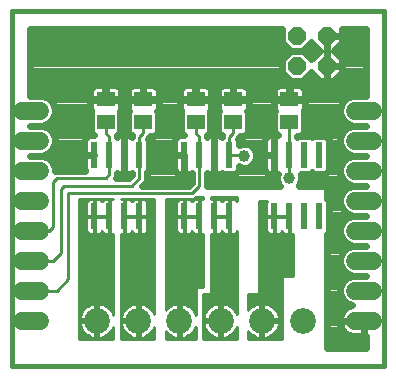
<source format=gbl>
G75*
%MOIN*%
%OFA0B0*%
%FSLAX25Y25*%
%IPPOS*%
%LPD*%
%AMOC8*
5,1,8,0,0,1.08239X$1,22.5*
%
%ADD10C,0.01600*%
%ADD11C,0.06000*%
%ADD12R,0.05906X0.05118*%
%ADD13OC8,0.06000*%
%ADD14R,0.02362X0.08661*%
%ADD15C,0.08600*%
%ADD16C,0.02400*%
%ADD17C,0.01000*%
%ADD18C,0.03962*%
D10*
X0008250Y0002200D02*
X0008250Y0120310D01*
X0132266Y0120310D01*
X0132266Y0002200D01*
X0008250Y0002200D01*
D11*
X0011500Y0017200D02*
X0017500Y0017200D01*
X0017500Y0027200D02*
X0011500Y0027200D01*
X0011500Y0037200D02*
X0017500Y0037200D01*
X0017500Y0047200D02*
X0011500Y0047200D01*
X0011500Y0057200D02*
X0017500Y0057200D01*
X0017500Y0067200D02*
X0011500Y0067200D01*
X0011500Y0077200D02*
X0017500Y0077200D01*
X0017500Y0087200D02*
X0011500Y0087200D01*
X0122750Y0087200D02*
X0128750Y0087200D01*
X0128750Y0077200D02*
X0122750Y0077200D01*
X0122750Y0067200D02*
X0128750Y0067200D01*
X0128750Y0057200D02*
X0122750Y0057200D01*
X0122750Y0047200D02*
X0128750Y0047200D01*
X0128750Y0037200D02*
X0122750Y0037200D01*
X0122750Y0027200D02*
X0128750Y0027200D01*
X0128750Y0017200D02*
X0122750Y0017200D01*
D12*
X0100750Y0083460D03*
X0100750Y0090940D03*
X0082000Y0090940D03*
X0082000Y0083460D03*
X0069500Y0083460D03*
X0069500Y0090940D03*
X0052000Y0090940D03*
X0052000Y0083460D03*
X0039500Y0083460D03*
X0039500Y0090940D03*
D13*
X0103250Y0102200D03*
X0113250Y0102200D03*
X0113250Y0112200D03*
X0103250Y0112200D03*
D14*
X0100750Y0072436D03*
X0105750Y0072436D03*
X0110750Y0072436D03*
X0095750Y0072436D03*
X0080750Y0072436D03*
X0075750Y0072436D03*
X0070750Y0072436D03*
X0065750Y0072436D03*
X0050750Y0072436D03*
X0045750Y0072436D03*
X0040750Y0072436D03*
X0035750Y0072436D03*
X0035750Y0051964D03*
X0040750Y0051964D03*
X0045750Y0051964D03*
X0050750Y0051964D03*
X0065750Y0051964D03*
X0070750Y0051964D03*
X0075750Y0051964D03*
X0080750Y0051964D03*
X0095750Y0051964D03*
X0100750Y0051964D03*
X0105750Y0051964D03*
X0110750Y0051964D03*
D15*
X0105337Y0017200D03*
X0091557Y0017200D03*
X0077837Y0017200D03*
X0064057Y0017200D03*
X0050337Y0017200D03*
X0036557Y0017200D03*
D16*
X0051786Y0062200D02*
X0052869Y0063284D01*
X0053250Y0064203D01*
X0053250Y0066596D01*
X0053931Y0067277D01*
X0053931Y0077595D01*
X0053681Y0077845D01*
X0054119Y0078284D01*
X0054375Y0078901D01*
X0055781Y0078901D01*
X0056953Y0080072D01*
X0056953Y0086847D01*
X0056734Y0087066D01*
X0057003Y0087532D01*
X0057153Y0088091D01*
X0057153Y0090861D01*
X0052080Y0090861D01*
X0052080Y0091020D01*
X0057153Y0091020D01*
X0057153Y0093789D01*
X0057003Y0094348D01*
X0056713Y0094850D01*
X0056304Y0095260D01*
X0055802Y0095549D01*
X0055242Y0095699D01*
X0052080Y0095699D01*
X0052080Y0091020D01*
X0051920Y0091020D01*
X0051920Y0090861D01*
X0046847Y0090861D01*
X0046847Y0088091D01*
X0046997Y0087532D01*
X0047266Y0087066D01*
X0047047Y0086847D01*
X0047047Y0080072D01*
X0048219Y0078901D01*
X0048250Y0078901D01*
X0048250Y0078546D01*
X0047780Y0078817D01*
X0047221Y0078967D01*
X0045750Y0078967D01*
X0045750Y0072436D01*
X0045750Y0065906D01*
X0047221Y0065906D01*
X0047780Y0066055D01*
X0048250Y0066327D01*
X0048250Y0065736D01*
X0047214Y0064700D01*
X0042938Y0064700D01*
X0043250Y0065453D01*
X0043250Y0066327D01*
X0043720Y0066055D01*
X0044279Y0065906D01*
X0045750Y0065906D01*
X0045750Y0072436D01*
X0045750Y0072436D01*
X0045750Y0078967D01*
X0044279Y0078967D01*
X0043720Y0078817D01*
X0043250Y0078546D01*
X0043250Y0078901D01*
X0043281Y0078901D01*
X0044453Y0080072D01*
X0044453Y0086847D01*
X0044234Y0087066D01*
X0044503Y0087532D01*
X0044653Y0088091D01*
X0044653Y0090861D01*
X0039580Y0090861D01*
X0039580Y0091020D01*
X0044653Y0091020D01*
X0044653Y0093789D01*
X0044503Y0094348D01*
X0044213Y0094850D01*
X0043804Y0095260D01*
X0043302Y0095549D01*
X0042742Y0095699D01*
X0039580Y0095699D01*
X0039580Y0091020D01*
X0039420Y0091020D01*
X0039420Y0090861D01*
X0034347Y0090861D01*
X0034347Y0088091D01*
X0034497Y0087532D01*
X0034766Y0087066D01*
X0034547Y0086847D01*
X0034547Y0080072D01*
X0035653Y0078967D01*
X0034279Y0078967D01*
X0033720Y0078817D01*
X0033218Y0078527D01*
X0032808Y0078118D01*
X0032519Y0077616D01*
X0032369Y0077057D01*
X0032369Y0072436D01*
X0032369Y0067816D01*
X0032519Y0067256D01*
X0032551Y0067200D01*
X0022753Y0067200D01*
X0022500Y0067095D01*
X0022500Y0068195D01*
X0021739Y0070032D01*
X0020332Y0071439D01*
X0018495Y0072200D01*
X0020332Y0072961D01*
X0021739Y0074368D01*
X0022500Y0076205D01*
X0022500Y0078195D01*
X0021739Y0080032D01*
X0020332Y0081439D01*
X0018495Y0082200D01*
X0020332Y0082961D01*
X0021739Y0084368D01*
X0022500Y0086205D01*
X0022500Y0088195D01*
X0021739Y0090032D01*
X0020332Y0091439D01*
X0018495Y0092200D01*
X0014250Y0092200D01*
X0014250Y0114310D01*
X0098289Y0114310D01*
X0098250Y0114271D01*
X0098250Y0110129D01*
X0101179Y0107200D01*
X0098250Y0104271D01*
X0098250Y0100129D01*
X0101179Y0097200D01*
X0105321Y0097200D01*
X0108109Y0099988D01*
X0111096Y0097000D01*
X0113250Y0097000D01*
X0115404Y0097000D01*
X0118450Y0100046D01*
X0118450Y0102200D01*
X0118450Y0104354D01*
X0115604Y0107200D01*
X0118450Y0110046D01*
X0118450Y0112200D01*
X0118450Y0114310D01*
X0126266Y0114310D01*
X0126266Y0092200D01*
X0121755Y0092200D01*
X0119918Y0091439D01*
X0118511Y0090032D01*
X0117750Y0088195D01*
X0117750Y0086205D01*
X0118511Y0084368D01*
X0119918Y0082961D01*
X0121755Y0082200D01*
X0119918Y0081439D01*
X0118511Y0080032D01*
X0117750Y0078195D01*
X0117750Y0076205D01*
X0118511Y0074368D01*
X0119918Y0072961D01*
X0121755Y0072200D01*
X0119918Y0071439D01*
X0118511Y0070032D01*
X0117750Y0068195D01*
X0117750Y0066205D01*
X0118511Y0064368D01*
X0119918Y0062961D01*
X0121755Y0062200D01*
X0119918Y0061439D01*
X0118511Y0060032D01*
X0117750Y0058195D01*
X0117750Y0056205D01*
X0118511Y0054368D01*
X0119918Y0052961D01*
X0121755Y0052200D01*
X0119918Y0051439D01*
X0118511Y0050032D01*
X0117750Y0048195D01*
X0117750Y0046205D01*
X0118511Y0044368D01*
X0119918Y0042961D01*
X0121755Y0042200D01*
X0119918Y0041439D01*
X0118511Y0040032D01*
X0117750Y0038195D01*
X0117750Y0036205D01*
X0118511Y0034368D01*
X0119918Y0032961D01*
X0121755Y0032200D01*
X0119918Y0031439D01*
X0118511Y0030032D01*
X0117750Y0028195D01*
X0117750Y0026205D01*
X0118511Y0024368D01*
X0119918Y0022961D01*
X0121568Y0022278D01*
X0121532Y0022272D01*
X0120754Y0022019D01*
X0120025Y0021647D01*
X0119362Y0021166D01*
X0118784Y0020588D01*
X0118303Y0019925D01*
X0117931Y0019196D01*
X0117678Y0018418D01*
X0117550Y0017609D01*
X0117550Y0017200D01*
X0125750Y0017200D01*
X0125750Y0012000D01*
X0126266Y0012000D01*
X0126266Y0008200D01*
X0113250Y0008200D01*
X0113250Y0046124D01*
X0113931Y0046805D01*
X0113931Y0057123D01*
X0113250Y0057804D01*
X0113250Y0062200D01*
X0103880Y0062200D01*
X0104125Y0062445D01*
X0104731Y0063908D01*
X0104731Y0065492D01*
X0104477Y0066106D01*
X0107760Y0066106D01*
X0108250Y0066596D01*
X0108740Y0066106D01*
X0112760Y0066106D01*
X0113931Y0067277D01*
X0113931Y0077595D01*
X0112760Y0078767D01*
X0108740Y0078767D01*
X0108250Y0078276D01*
X0107760Y0078767D01*
X0103740Y0078767D01*
X0103250Y0078276D01*
X0103250Y0078901D01*
X0104531Y0078901D01*
X0105703Y0080072D01*
X0105703Y0086847D01*
X0105484Y0087066D01*
X0105753Y0087532D01*
X0105903Y0088091D01*
X0105903Y0090861D01*
X0100830Y0090861D01*
X0100830Y0091020D01*
X0105903Y0091020D01*
X0105903Y0093789D01*
X0105753Y0094348D01*
X0105463Y0094850D01*
X0105054Y0095260D01*
X0104552Y0095549D01*
X0103992Y0095699D01*
X0100830Y0095699D01*
X0100830Y0091020D01*
X0100670Y0091020D01*
X0100670Y0090861D01*
X0095597Y0090861D01*
X0095597Y0088091D01*
X0095747Y0087532D01*
X0096016Y0087066D01*
X0095797Y0086847D01*
X0095797Y0080072D01*
X0096903Y0078967D01*
X0095750Y0078967D01*
X0095750Y0072436D01*
X0095750Y0065906D01*
X0096940Y0065906D01*
X0096769Y0065492D01*
X0096769Y0063908D01*
X0097375Y0062445D01*
X0097620Y0062200D01*
X0073250Y0062200D01*
X0073250Y0066327D01*
X0073720Y0066055D01*
X0074279Y0065906D01*
X0075750Y0065906D01*
X0077221Y0065906D01*
X0077780Y0066055D01*
X0078282Y0066345D01*
X0078391Y0066455D01*
X0078740Y0066106D01*
X0082760Y0066106D01*
X0083931Y0067277D01*
X0083931Y0068644D01*
X0084958Y0068219D01*
X0086542Y0068219D01*
X0088005Y0068825D01*
X0089125Y0069945D01*
X0089731Y0071408D01*
X0089731Y0072992D01*
X0089125Y0074455D01*
X0088005Y0075575D01*
X0086542Y0076181D01*
X0084958Y0076181D01*
X0083931Y0075756D01*
X0083931Y0077595D01*
X0083681Y0077845D01*
X0084119Y0078284D01*
X0084375Y0078901D01*
X0085781Y0078901D01*
X0086953Y0080072D01*
X0086953Y0086847D01*
X0086734Y0087066D01*
X0087003Y0087532D01*
X0087153Y0088091D01*
X0087153Y0090861D01*
X0082080Y0090861D01*
X0082080Y0091020D01*
X0087153Y0091020D01*
X0087153Y0093789D01*
X0087003Y0094348D01*
X0086713Y0094850D01*
X0086304Y0095260D01*
X0085802Y0095549D01*
X0085242Y0095699D01*
X0082080Y0095699D01*
X0082080Y0091020D01*
X0081920Y0091020D01*
X0081920Y0090861D01*
X0076847Y0090861D01*
X0076847Y0088091D01*
X0076997Y0087532D01*
X0077266Y0087066D01*
X0077047Y0086847D01*
X0077047Y0080072D01*
X0078219Y0078901D01*
X0078250Y0078901D01*
X0078250Y0078546D01*
X0077780Y0078817D01*
X0077221Y0078967D01*
X0075750Y0078967D01*
X0075750Y0072436D01*
X0075750Y0065906D01*
X0075750Y0072436D01*
X0075750Y0072436D01*
X0075750Y0078967D01*
X0074279Y0078967D01*
X0073720Y0078817D01*
X0073250Y0078546D01*
X0073250Y0078901D01*
X0073281Y0078901D01*
X0074453Y0080072D01*
X0074453Y0086847D01*
X0074234Y0087066D01*
X0074503Y0087532D01*
X0074653Y0088091D01*
X0074653Y0090861D01*
X0069580Y0090861D01*
X0069580Y0091020D01*
X0074653Y0091020D01*
X0074653Y0093789D01*
X0074503Y0094348D01*
X0074213Y0094850D01*
X0073804Y0095260D01*
X0073302Y0095549D01*
X0072742Y0095699D01*
X0069580Y0095699D01*
X0069580Y0091020D01*
X0069420Y0091020D01*
X0069420Y0090861D01*
X0064347Y0090861D01*
X0064347Y0088091D01*
X0064497Y0087532D01*
X0064766Y0087066D01*
X0064547Y0086847D01*
X0064547Y0080072D01*
X0065653Y0078967D01*
X0064279Y0078967D01*
X0063720Y0078817D01*
X0063218Y0078527D01*
X0062808Y0078118D01*
X0062519Y0077616D01*
X0062369Y0077057D01*
X0062369Y0072436D01*
X0062369Y0067816D01*
X0062519Y0067256D01*
X0062808Y0066755D01*
X0063218Y0066345D01*
X0063720Y0066055D01*
X0064279Y0065906D01*
X0065750Y0065906D01*
X0067221Y0065906D01*
X0067780Y0066055D01*
X0068250Y0066327D01*
X0068250Y0063236D01*
X0067214Y0062200D01*
X0051786Y0062200D01*
X0053250Y0064561D02*
X0068250Y0064561D01*
X0065750Y0065906D02*
X0065750Y0072436D01*
X0065750Y0072436D01*
X0065750Y0065906D01*
X0065750Y0066960D02*
X0065750Y0066960D01*
X0065750Y0069358D02*
X0065750Y0069358D01*
X0065750Y0071757D02*
X0065750Y0071757D01*
X0065750Y0072436D02*
X0062369Y0072436D01*
X0065750Y0072436D01*
X0065750Y0072436D01*
X0062369Y0071757D02*
X0053931Y0071757D01*
X0053931Y0074155D02*
X0062369Y0074155D01*
X0062369Y0076554D02*
X0053931Y0076554D01*
X0055833Y0078952D02*
X0064225Y0078952D01*
X0064547Y0081351D02*
X0056953Y0081351D01*
X0056953Y0083749D02*
X0064547Y0083749D01*
X0064547Y0086148D02*
X0056953Y0086148D01*
X0057153Y0088546D02*
X0064347Y0088546D01*
X0064347Y0091020D02*
X0069420Y0091020D01*
X0069420Y0095699D01*
X0066258Y0095699D01*
X0065698Y0095549D01*
X0065196Y0095260D01*
X0064787Y0094850D01*
X0064497Y0094348D01*
X0064347Y0093789D01*
X0064347Y0091020D01*
X0064347Y0093343D02*
X0057153Y0093343D01*
X0052080Y0093343D02*
X0051920Y0093343D01*
X0051920Y0091020D02*
X0051920Y0095699D01*
X0048758Y0095699D01*
X0048198Y0095549D01*
X0047696Y0095260D01*
X0047287Y0094850D01*
X0046997Y0094348D01*
X0046847Y0093789D01*
X0046847Y0091020D01*
X0051920Y0091020D01*
X0051920Y0090945D02*
X0039580Y0090945D01*
X0039420Y0090945D02*
X0020826Y0090945D01*
X0022354Y0088546D02*
X0034347Y0088546D01*
X0034547Y0086148D02*
X0022476Y0086148D01*
X0021120Y0083749D02*
X0034547Y0083749D01*
X0034547Y0081351D02*
X0020420Y0081351D01*
X0018495Y0082200D02*
X0014250Y0082200D01*
X0014250Y0082200D01*
X0018495Y0082200D01*
X0022186Y0078952D02*
X0034225Y0078952D01*
X0032369Y0076554D02*
X0022500Y0076554D01*
X0021526Y0074155D02*
X0032369Y0074155D01*
X0032369Y0072436D02*
X0035750Y0072436D01*
X0032369Y0072436D01*
X0032369Y0071757D02*
X0019564Y0071757D01*
X0018495Y0072200D02*
X0014250Y0072200D01*
X0014250Y0072200D01*
X0018495Y0072200D01*
X0022018Y0069358D02*
X0032369Y0069358D01*
X0035750Y0072436D02*
X0035750Y0072436D01*
X0043333Y0078952D02*
X0044225Y0078952D01*
X0045750Y0078952D02*
X0045750Y0078952D01*
X0047275Y0078952D02*
X0048167Y0078952D01*
X0047047Y0081351D02*
X0044453Y0081351D01*
X0044453Y0083749D02*
X0047047Y0083749D01*
X0047047Y0086148D02*
X0044453Y0086148D01*
X0044653Y0088546D02*
X0046847Y0088546D01*
X0046847Y0093343D02*
X0044653Y0093343D01*
X0039580Y0093343D02*
X0039420Y0093343D01*
X0039420Y0091020D02*
X0039420Y0095699D01*
X0036258Y0095699D01*
X0035698Y0095549D01*
X0035196Y0095260D01*
X0034787Y0094850D01*
X0034497Y0094348D01*
X0034347Y0093789D01*
X0034347Y0091020D01*
X0039420Y0091020D01*
X0034347Y0093343D02*
X0014250Y0093343D01*
X0014250Y0095742D02*
X0126266Y0095742D01*
X0126266Y0093343D02*
X0105903Y0093343D01*
X0106261Y0098140D02*
X0109956Y0098140D01*
X0113250Y0098140D02*
X0113250Y0098140D01*
X0113250Y0097000D02*
X0113250Y0102200D01*
X0118450Y0102200D01*
X0113250Y0102200D01*
X0113250Y0102200D01*
X0113250Y0102200D01*
X0113250Y0107000D01*
X0113250Y0112200D01*
X0118450Y0112200D01*
X0113250Y0112200D01*
X0113250Y0112200D01*
X0113250Y0112200D01*
X0113250Y0102200D01*
X0113250Y0102200D01*
X0113250Y0097000D01*
X0116544Y0098140D02*
X0126266Y0098140D01*
X0126266Y0100539D02*
X0118450Y0100539D01*
X0118450Y0102937D02*
X0126266Y0102937D01*
X0126266Y0105336D02*
X0117468Y0105336D01*
X0116138Y0107734D02*
X0126266Y0107734D01*
X0126266Y0110133D02*
X0118450Y0110133D01*
X0118450Y0112532D02*
X0126266Y0112532D01*
X0113250Y0110133D02*
X0113250Y0110133D01*
X0113250Y0107734D02*
X0113250Y0107734D01*
X0110896Y0107200D02*
X0108109Y0104412D01*
X0105321Y0107200D01*
X0101179Y0107200D01*
X0105321Y0107200D01*
X0108109Y0109988D01*
X0110896Y0107200D01*
X0110362Y0107734D02*
X0105856Y0107734D01*
X0107185Y0105336D02*
X0109032Y0105336D01*
X0113250Y0105336D02*
X0113250Y0105336D01*
X0113250Y0102937D02*
X0113250Y0102937D01*
X0113250Y0100539D02*
X0113250Y0100539D01*
X0119424Y0090945D02*
X0100830Y0090945D01*
X0100670Y0090945D02*
X0082080Y0090945D01*
X0081920Y0090945D02*
X0069580Y0090945D01*
X0069420Y0090945D02*
X0052080Y0090945D01*
X0045750Y0076554D02*
X0045750Y0076554D01*
X0045750Y0074155D02*
X0045750Y0074155D01*
X0045750Y0072436D02*
X0045750Y0072436D01*
X0045750Y0071757D02*
X0045750Y0071757D01*
X0045750Y0069358D02*
X0045750Y0069358D01*
X0045750Y0066960D02*
X0045750Y0066960D01*
X0053614Y0066960D02*
X0062690Y0066960D01*
X0062369Y0069358D02*
X0053931Y0069358D01*
X0073250Y0064561D02*
X0096769Y0064561D01*
X0095750Y0065906D02*
X0095750Y0072436D01*
X0095750Y0072436D01*
X0092369Y0072436D01*
X0092369Y0067816D01*
X0092519Y0067256D01*
X0092808Y0066755D01*
X0093218Y0066345D01*
X0093720Y0066055D01*
X0094279Y0065906D01*
X0095750Y0065906D01*
X0095750Y0066960D02*
X0095750Y0066960D01*
X0095750Y0069358D02*
X0095750Y0069358D01*
X0095750Y0071757D02*
X0095750Y0071757D01*
X0095750Y0072436D02*
X0095750Y0072436D01*
X0092369Y0072436D01*
X0092369Y0077057D01*
X0092519Y0077616D01*
X0092808Y0078118D01*
X0093218Y0078527D01*
X0093720Y0078817D01*
X0094279Y0078967D01*
X0095750Y0078967D01*
X0095750Y0072436D01*
X0095750Y0072436D01*
X0095750Y0074155D02*
X0095750Y0074155D01*
X0095750Y0076554D02*
X0095750Y0076554D01*
X0095750Y0078952D02*
X0095750Y0078952D01*
X0094225Y0078952D02*
X0085833Y0078952D01*
X0086953Y0081351D02*
X0095797Y0081351D01*
X0095797Y0083749D02*
X0086953Y0083749D01*
X0086953Y0086148D02*
X0095797Y0086148D01*
X0095597Y0088546D02*
X0087153Y0088546D01*
X0087153Y0093343D02*
X0095597Y0093343D01*
X0095597Y0093789D02*
X0095597Y0091020D01*
X0100670Y0091020D01*
X0100670Y0095699D01*
X0097508Y0095699D01*
X0096948Y0095549D01*
X0096446Y0095260D01*
X0096037Y0094850D01*
X0095747Y0094348D01*
X0095597Y0093789D01*
X0100670Y0093343D02*
X0100830Y0093343D01*
X0100238Y0098140D02*
X0014250Y0098140D01*
X0014250Y0100539D02*
X0098250Y0100539D01*
X0098250Y0102937D02*
X0014250Y0102937D01*
X0014250Y0105336D02*
X0099315Y0105336D01*
X0100644Y0107734D02*
X0014250Y0107734D01*
X0014250Y0110133D02*
X0098250Y0110133D01*
X0098250Y0112532D02*
X0014250Y0112532D01*
X0069420Y0093343D02*
X0069580Y0093343D01*
X0074653Y0093343D02*
X0076847Y0093343D01*
X0076847Y0093789D02*
X0076847Y0091020D01*
X0081920Y0091020D01*
X0081920Y0095699D01*
X0078758Y0095699D01*
X0078198Y0095549D01*
X0077696Y0095260D01*
X0077287Y0094850D01*
X0076997Y0094348D01*
X0076847Y0093789D01*
X0081920Y0093343D02*
X0082080Y0093343D01*
X0076847Y0088546D02*
X0074653Y0088546D01*
X0074453Y0086148D02*
X0077047Y0086148D01*
X0077047Y0083749D02*
X0074453Y0083749D01*
X0074453Y0081351D02*
X0077047Y0081351D01*
X0077275Y0078952D02*
X0078167Y0078952D01*
X0075750Y0078952D02*
X0075750Y0078952D01*
X0074225Y0078952D02*
X0073333Y0078952D01*
X0075750Y0076554D02*
X0075750Y0076554D01*
X0075750Y0074155D02*
X0075750Y0074155D01*
X0075750Y0072436D02*
X0075750Y0072436D01*
X0075750Y0071757D02*
X0075750Y0071757D01*
X0075750Y0069358D02*
X0075750Y0069358D01*
X0075750Y0066960D02*
X0075750Y0066960D01*
X0083614Y0066960D02*
X0092690Y0066960D01*
X0092369Y0069358D02*
X0088538Y0069358D01*
X0089731Y0071757D02*
X0092369Y0071757D01*
X0092369Y0074155D02*
X0089249Y0074155D01*
X0092369Y0076554D02*
X0083931Y0076554D01*
X0104583Y0078952D02*
X0118064Y0078952D01*
X0117750Y0076554D02*
X0113931Y0076554D01*
X0113931Y0074155D02*
X0118724Y0074155D01*
X0120686Y0071757D02*
X0113931Y0071757D01*
X0113931Y0069358D02*
X0118232Y0069358D01*
X0117750Y0066960D02*
X0113614Y0066960D01*
X0118431Y0064561D02*
X0104731Y0064561D01*
X0113250Y0062163D02*
X0121666Y0062163D01*
X0121755Y0062200D02*
X0126266Y0062200D01*
X0126266Y0062200D01*
X0121755Y0062200D01*
X0118400Y0059764D02*
X0113250Y0059764D01*
X0113688Y0057366D02*
X0117750Y0057366D01*
X0118263Y0054967D02*
X0113931Y0054967D01*
X0113931Y0052569D02*
X0120865Y0052569D01*
X0121755Y0052200D02*
X0126266Y0052200D01*
X0126266Y0052200D01*
X0121755Y0052200D01*
X0118649Y0050170D02*
X0113931Y0050170D01*
X0113931Y0047772D02*
X0117750Y0047772D01*
X0118095Y0045373D02*
X0113250Y0045373D01*
X0113250Y0042975D02*
X0119904Y0042975D01*
X0121755Y0042200D02*
X0126266Y0042200D01*
X0126266Y0042200D01*
X0121755Y0042200D01*
X0119055Y0040576D02*
X0113250Y0040576D01*
X0113250Y0038178D02*
X0117750Y0038178D01*
X0117927Y0035779D02*
X0113250Y0035779D01*
X0113250Y0033381D02*
X0119498Y0033381D01*
X0119461Y0030982D02*
X0113250Y0030982D01*
X0113250Y0028584D02*
X0117911Y0028584D01*
X0117758Y0026185D02*
X0113250Y0026185D01*
X0113250Y0023787D02*
X0119092Y0023787D01*
X0119668Y0021388D02*
X0113250Y0021388D01*
X0113250Y0018990D02*
X0117864Y0018990D01*
X0117550Y0017200D02*
X0117550Y0016791D01*
X0117678Y0015982D01*
X0117931Y0015204D01*
X0118303Y0014475D01*
X0118784Y0013812D01*
X0119362Y0013234D01*
X0120025Y0012753D01*
X0120754Y0012381D01*
X0121532Y0012128D01*
X0122341Y0012000D01*
X0125750Y0012000D01*
X0125750Y0017200D01*
X0125750Y0017200D01*
X0125750Y0017200D01*
X0117550Y0017200D01*
X0117582Y0016591D02*
X0113250Y0016591D01*
X0113250Y0014193D02*
X0118507Y0014193D01*
X0113250Y0011794D02*
X0126266Y0011794D01*
X0126266Y0009396D02*
X0113250Y0009396D01*
X0125750Y0014193D02*
X0125750Y0014193D01*
X0125750Y0016591D02*
X0125750Y0016591D01*
X0126266Y0032200D02*
X0121755Y0032200D01*
X0126266Y0032200D01*
X0126266Y0032200D01*
X0126266Y0072200D02*
X0121755Y0072200D01*
X0126266Y0072200D01*
X0126266Y0072200D01*
X0119830Y0081351D02*
X0105703Y0081351D01*
X0105703Y0083749D02*
X0119130Y0083749D01*
X0117774Y0086148D02*
X0105703Y0086148D01*
X0105903Y0088546D02*
X0117896Y0088546D01*
X0121755Y0082200D02*
X0126266Y0082200D01*
X0121755Y0082200D01*
X0126266Y0082200D02*
X0126266Y0082200D01*
D17*
X0100750Y0083460D02*
X0100750Y0072436D01*
X0100750Y0064700D01*
X0093360Y0057200D02*
X0093171Y0056873D01*
X0093069Y0056492D01*
X0093069Y0052054D01*
X0095659Y0052054D01*
X0095659Y0051873D01*
X0093069Y0051873D01*
X0093069Y0047436D01*
X0093171Y0047054D01*
X0093369Y0046712D01*
X0093648Y0046433D01*
X0093990Y0046235D01*
X0094371Y0046133D01*
X0095659Y0046133D01*
X0095659Y0051873D01*
X0095841Y0051873D01*
X0095841Y0052054D01*
X0098431Y0052054D01*
X0100659Y0052054D01*
X0100659Y0051873D01*
X0095841Y0051873D01*
X0095841Y0046133D01*
X0097129Y0046133D01*
X0097510Y0046235D01*
X0097852Y0046433D01*
X0098131Y0046712D01*
X0098250Y0046917D01*
X0098369Y0046712D01*
X0098648Y0046433D01*
X0098990Y0046235D01*
X0099371Y0046133D01*
X0100659Y0046133D01*
X0100659Y0051873D01*
X0100841Y0051873D01*
X0100841Y0046133D01*
X0102000Y0046133D01*
X0102000Y0032200D01*
X0098250Y0032200D01*
X0098250Y0010950D01*
X0087000Y0010950D01*
X0087000Y0013605D01*
X0087133Y0013422D01*
X0087779Y0012776D01*
X0088517Y0012239D01*
X0089331Y0011825D01*
X0090199Y0011543D01*
X0091073Y0011404D01*
X0091073Y0016716D01*
X0092041Y0016716D01*
X0092041Y0011404D01*
X0092915Y0011543D01*
X0093784Y0011825D01*
X0094597Y0012239D01*
X0095336Y0012776D01*
X0095981Y0013422D01*
X0096518Y0014160D01*
X0096932Y0014974D01*
X0097214Y0015842D01*
X0097353Y0016716D01*
X0092041Y0016716D01*
X0092041Y0017684D01*
X0091073Y0017684D01*
X0091073Y0022996D01*
X0090199Y0022857D01*
X0089331Y0022575D01*
X0088517Y0022161D01*
X0087779Y0021624D01*
X0087133Y0020978D01*
X0087000Y0020795D01*
X0087000Y0025950D01*
X0090750Y0025950D01*
X0090750Y0057200D01*
X0093360Y0057200D01*
X0093312Y0057118D02*
X0090750Y0057118D01*
X0090750Y0056120D02*
X0093069Y0056120D01*
X0093069Y0055121D02*
X0090750Y0055121D01*
X0090750Y0054123D02*
X0093069Y0054123D01*
X0093069Y0053124D02*
X0090750Y0053124D01*
X0090750Y0052126D02*
X0093069Y0052126D01*
X0093069Y0051127D02*
X0090750Y0051127D01*
X0090750Y0050129D02*
X0093069Y0050129D01*
X0093069Y0049130D02*
X0090750Y0049130D01*
X0090750Y0048132D02*
X0093069Y0048132D01*
X0093150Y0047133D02*
X0090750Y0047133D01*
X0090750Y0046134D02*
X0094366Y0046134D01*
X0095659Y0046134D02*
X0095841Y0046134D01*
X0095841Y0047133D02*
X0095659Y0047133D01*
X0095659Y0048132D02*
X0095841Y0048132D01*
X0095841Y0049130D02*
X0095659Y0049130D01*
X0095659Y0050129D02*
X0095841Y0050129D01*
X0095841Y0051127D02*
X0095659Y0051127D01*
X0100659Y0051127D02*
X0100841Y0051127D01*
X0100841Y0050129D02*
X0100659Y0050129D01*
X0100659Y0049130D02*
X0100841Y0049130D01*
X0100841Y0048132D02*
X0100659Y0048132D01*
X0100659Y0047133D02*
X0100841Y0047133D01*
X0100841Y0046134D02*
X0100659Y0046134D01*
X0099366Y0046134D02*
X0097134Y0046134D01*
X0102000Y0045136D02*
X0090750Y0045136D01*
X0090750Y0044137D02*
X0102000Y0044137D01*
X0102000Y0043139D02*
X0090750Y0043139D01*
X0090750Y0042140D02*
X0102000Y0042140D01*
X0102000Y0041142D02*
X0090750Y0041142D01*
X0090750Y0040143D02*
X0102000Y0040143D01*
X0102000Y0039145D02*
X0090750Y0039145D01*
X0090750Y0038146D02*
X0102000Y0038146D01*
X0102000Y0037148D02*
X0090750Y0037148D01*
X0090750Y0036149D02*
X0102000Y0036149D01*
X0102000Y0035151D02*
X0090750Y0035151D01*
X0090750Y0034152D02*
X0102000Y0034152D01*
X0102000Y0033154D02*
X0090750Y0033154D01*
X0090750Y0032155D02*
X0098250Y0032155D01*
X0098250Y0031157D02*
X0090750Y0031157D01*
X0090750Y0030158D02*
X0098250Y0030158D01*
X0098250Y0029160D02*
X0090750Y0029160D01*
X0090750Y0028161D02*
X0098250Y0028161D01*
X0098250Y0027163D02*
X0090750Y0027163D01*
X0090750Y0026164D02*
X0098250Y0026164D01*
X0098250Y0025166D02*
X0087000Y0025166D01*
X0087000Y0024167D02*
X0098250Y0024167D01*
X0098250Y0023169D02*
X0087000Y0023169D01*
X0087000Y0022170D02*
X0088536Y0022170D01*
X0087326Y0021172D02*
X0087000Y0021172D01*
X0083250Y0021172D02*
X0082067Y0021172D01*
X0082261Y0020978D02*
X0081615Y0021624D01*
X0080876Y0022161D01*
X0080063Y0022575D01*
X0079195Y0022857D01*
X0078321Y0022996D01*
X0078321Y0017684D01*
X0077352Y0017684D01*
X0077352Y0016716D01*
X0072041Y0016716D01*
X0072179Y0015842D01*
X0072462Y0014974D01*
X0072876Y0014160D01*
X0073413Y0013422D01*
X0074058Y0012776D01*
X0074797Y0012239D01*
X0075610Y0011825D01*
X0076478Y0011543D01*
X0077352Y0011404D01*
X0077352Y0016716D01*
X0078321Y0016716D01*
X0078321Y0011404D01*
X0079195Y0011543D01*
X0080063Y0011825D01*
X0080876Y0012239D01*
X0081615Y0012776D01*
X0082261Y0013422D01*
X0082797Y0014160D01*
X0083212Y0014974D01*
X0083250Y0015091D01*
X0083250Y0010950D01*
X0072000Y0010950D01*
X0072000Y0025950D01*
X0074500Y0025950D01*
X0074500Y0046133D01*
X0075659Y0046133D01*
X0075659Y0051873D01*
X0075841Y0051873D01*
X0075841Y0052054D01*
X0080659Y0052054D01*
X0080659Y0051873D01*
X0078069Y0051873D01*
X0075841Y0051873D01*
X0075841Y0046133D01*
X0077129Y0046133D01*
X0077510Y0046235D01*
X0077852Y0046433D01*
X0078131Y0046712D01*
X0078250Y0046917D01*
X0078369Y0046712D01*
X0078648Y0046433D01*
X0078990Y0046235D01*
X0079371Y0046133D01*
X0080659Y0046133D01*
X0080659Y0051873D01*
X0080841Y0051873D01*
X0080841Y0046133D01*
X0082129Y0046133D01*
X0082510Y0046235D01*
X0082852Y0046433D01*
X0083131Y0046712D01*
X0083250Y0046917D01*
X0083250Y0019308D01*
X0083212Y0019426D01*
X0082797Y0020240D01*
X0082261Y0020978D01*
X0082831Y0020173D02*
X0083250Y0020173D01*
X0083250Y0022170D02*
X0080858Y0022170D01*
X0078321Y0022170D02*
X0077352Y0022170D01*
X0077352Y0022996D02*
X0076478Y0022857D01*
X0075610Y0022575D01*
X0074797Y0022161D01*
X0074058Y0021624D01*
X0073413Y0020978D01*
X0072876Y0020240D01*
X0072462Y0019426D01*
X0072179Y0018558D01*
X0072041Y0017684D01*
X0077352Y0017684D01*
X0077352Y0022996D01*
X0077352Y0021172D02*
X0078321Y0021172D01*
X0078321Y0020173D02*
X0077352Y0020173D01*
X0077352Y0019175D02*
X0078321Y0019175D01*
X0078321Y0018176D02*
X0077352Y0018176D01*
X0077352Y0017178D02*
X0072000Y0017178D01*
X0072000Y0018176D02*
X0072119Y0018176D01*
X0072000Y0019175D02*
X0072380Y0019175D01*
X0072000Y0020173D02*
X0072842Y0020173D01*
X0073606Y0021172D02*
X0072000Y0021172D01*
X0072000Y0022170D02*
X0074816Y0022170D01*
X0072000Y0023169D02*
X0083250Y0023169D01*
X0083250Y0024167D02*
X0072000Y0024167D01*
X0072000Y0025166D02*
X0083250Y0025166D01*
X0083250Y0026164D02*
X0074500Y0026164D01*
X0074500Y0027163D02*
X0083250Y0027163D01*
X0083250Y0028161D02*
X0074500Y0028161D01*
X0074500Y0029160D02*
X0083250Y0029160D01*
X0083250Y0030158D02*
X0074500Y0030158D01*
X0074500Y0031157D02*
X0083250Y0031157D01*
X0083250Y0032155D02*
X0074500Y0032155D01*
X0074500Y0033154D02*
X0083250Y0033154D01*
X0083250Y0034152D02*
X0074500Y0034152D01*
X0074500Y0035151D02*
X0083250Y0035151D01*
X0083250Y0036149D02*
X0074500Y0036149D01*
X0074500Y0037148D02*
X0083250Y0037148D01*
X0083250Y0038146D02*
X0074500Y0038146D01*
X0074500Y0039145D02*
X0083250Y0039145D01*
X0083250Y0040143D02*
X0074500Y0040143D01*
X0074500Y0041142D02*
X0083250Y0041142D01*
X0083250Y0042140D02*
X0074500Y0042140D01*
X0074500Y0043139D02*
X0083250Y0043139D01*
X0083250Y0044137D02*
X0074500Y0044137D01*
X0074500Y0045136D02*
X0083250Y0045136D01*
X0083250Y0046134D02*
X0082134Y0046134D01*
X0080841Y0046134D02*
X0080659Y0046134D01*
X0080659Y0047133D02*
X0080841Y0047133D01*
X0080841Y0048132D02*
X0080659Y0048132D01*
X0080659Y0049130D02*
X0080841Y0049130D01*
X0080841Y0050129D02*
X0080659Y0050129D01*
X0080659Y0051127D02*
X0080841Y0051127D01*
X0080841Y0052054D02*
X0080659Y0052054D01*
X0080659Y0057794D01*
X0079371Y0057794D01*
X0078990Y0057692D01*
X0078648Y0057495D01*
X0078369Y0057216D01*
X0078250Y0057010D01*
X0078131Y0057216D01*
X0077852Y0057495D01*
X0077510Y0057692D01*
X0077129Y0057794D01*
X0075841Y0057794D01*
X0075841Y0052054D01*
X0075659Y0052054D01*
X0075659Y0057794D01*
X0074500Y0057794D01*
X0074500Y0058450D01*
X0083250Y0058450D01*
X0083250Y0057010D01*
X0083131Y0057216D01*
X0082852Y0057495D01*
X0082510Y0057692D01*
X0082129Y0057794D01*
X0080841Y0057794D01*
X0080841Y0052054D01*
X0080841Y0052126D02*
X0080659Y0052126D01*
X0080659Y0053124D02*
X0080841Y0053124D01*
X0080841Y0054123D02*
X0080659Y0054123D01*
X0080659Y0055121D02*
X0080841Y0055121D01*
X0080841Y0056120D02*
X0080659Y0056120D01*
X0080659Y0057118D02*
X0080841Y0057118D01*
X0083188Y0057118D02*
X0083250Y0057118D01*
X0083250Y0058117D02*
X0074500Y0058117D01*
X0075659Y0057118D02*
X0075841Y0057118D01*
X0075841Y0056120D02*
X0075659Y0056120D01*
X0075659Y0055121D02*
X0075841Y0055121D01*
X0075841Y0054123D02*
X0075659Y0054123D01*
X0075659Y0053124D02*
X0075841Y0053124D01*
X0075841Y0052126D02*
X0075659Y0052126D01*
X0075659Y0051127D02*
X0075841Y0051127D01*
X0075841Y0050129D02*
X0075659Y0050129D01*
X0075659Y0049130D02*
X0075841Y0049130D01*
X0075841Y0048132D02*
X0075659Y0048132D01*
X0075659Y0047133D02*
X0075841Y0047133D01*
X0075841Y0046134D02*
X0075659Y0046134D01*
X0077134Y0046134D02*
X0079366Y0046134D01*
X0072000Y0046133D02*
X0072000Y0028450D01*
X0069500Y0028450D01*
X0069500Y0019218D01*
X0069432Y0019426D01*
X0069018Y0020240D01*
X0068481Y0020978D01*
X0067836Y0021624D01*
X0067097Y0022161D01*
X0066284Y0022575D01*
X0065415Y0022857D01*
X0064541Y0022996D01*
X0064541Y0017684D01*
X0063573Y0017684D01*
X0063573Y0022996D01*
X0062699Y0022857D01*
X0061831Y0022575D01*
X0061017Y0022161D01*
X0060279Y0021624D01*
X0059633Y0020978D01*
X0059500Y0020795D01*
X0059500Y0057900D01*
X0068996Y0057900D01*
X0069546Y0058450D01*
X0072000Y0058450D01*
X0072000Y0057794D01*
X0070841Y0057794D01*
X0070841Y0052054D01*
X0070659Y0052054D01*
X0070659Y0051873D01*
X0065841Y0051873D01*
X0065841Y0052054D01*
X0068431Y0052054D01*
X0070659Y0052054D01*
X0070659Y0057794D01*
X0069371Y0057794D01*
X0068990Y0057692D01*
X0068648Y0057495D01*
X0068369Y0057216D01*
X0068250Y0057010D01*
X0068131Y0057216D01*
X0067852Y0057495D01*
X0067510Y0057692D01*
X0067129Y0057794D01*
X0065841Y0057794D01*
X0065841Y0052054D01*
X0065659Y0052054D01*
X0065659Y0051873D01*
X0063069Y0051873D01*
X0063069Y0047436D01*
X0063171Y0047054D01*
X0063369Y0046712D01*
X0063648Y0046433D01*
X0063990Y0046235D01*
X0064371Y0046133D01*
X0065659Y0046133D01*
X0065659Y0051873D01*
X0065841Y0051873D01*
X0065841Y0046133D01*
X0067129Y0046133D01*
X0067510Y0046235D01*
X0067852Y0046433D01*
X0068131Y0046712D01*
X0068250Y0046917D01*
X0068369Y0046712D01*
X0068648Y0046433D01*
X0068990Y0046235D01*
X0069371Y0046133D01*
X0070659Y0046133D01*
X0070659Y0051873D01*
X0070841Y0051873D01*
X0070841Y0046133D01*
X0072000Y0046133D01*
X0072000Y0045136D02*
X0059500Y0045136D01*
X0059500Y0046134D02*
X0064366Y0046134D01*
X0065659Y0046134D02*
X0065841Y0046134D01*
X0065841Y0047133D02*
X0065659Y0047133D01*
X0065659Y0048132D02*
X0065841Y0048132D01*
X0065841Y0049130D02*
X0065659Y0049130D01*
X0065659Y0050129D02*
X0065841Y0050129D01*
X0065841Y0051127D02*
X0065659Y0051127D01*
X0065659Y0052054D02*
X0063069Y0052054D01*
X0063069Y0056492D01*
X0063171Y0056873D01*
X0063369Y0057216D01*
X0063648Y0057495D01*
X0063990Y0057692D01*
X0064371Y0057794D01*
X0065659Y0057794D01*
X0065659Y0052054D01*
X0065659Y0052126D02*
X0065841Y0052126D01*
X0065841Y0053124D02*
X0065659Y0053124D01*
X0065659Y0054123D02*
X0065841Y0054123D01*
X0065841Y0055121D02*
X0065659Y0055121D01*
X0065659Y0056120D02*
X0065841Y0056120D01*
X0065841Y0057118D02*
X0065659Y0057118D01*
X0063312Y0057118D02*
X0059500Y0057118D01*
X0059500Y0056120D02*
X0063069Y0056120D01*
X0063069Y0055121D02*
X0059500Y0055121D01*
X0059500Y0054123D02*
X0063069Y0054123D01*
X0063069Y0053124D02*
X0059500Y0053124D01*
X0059500Y0052126D02*
X0063069Y0052126D01*
X0063069Y0051127D02*
X0059500Y0051127D01*
X0059500Y0050129D02*
X0063069Y0050129D01*
X0063069Y0049130D02*
X0059500Y0049130D01*
X0059500Y0048132D02*
X0063069Y0048132D01*
X0063150Y0047133D02*
X0059500Y0047133D01*
X0059500Y0044137D02*
X0072000Y0044137D01*
X0072000Y0043139D02*
X0059500Y0043139D01*
X0059500Y0042140D02*
X0072000Y0042140D01*
X0072000Y0041142D02*
X0059500Y0041142D01*
X0059500Y0040143D02*
X0072000Y0040143D01*
X0072000Y0039145D02*
X0059500Y0039145D01*
X0059500Y0038146D02*
X0072000Y0038146D01*
X0072000Y0037148D02*
X0059500Y0037148D01*
X0059500Y0036149D02*
X0072000Y0036149D01*
X0072000Y0035151D02*
X0059500Y0035151D01*
X0059500Y0034152D02*
X0072000Y0034152D01*
X0072000Y0033154D02*
X0059500Y0033154D01*
X0059500Y0032155D02*
X0072000Y0032155D01*
X0072000Y0031157D02*
X0059500Y0031157D01*
X0059500Y0030158D02*
X0072000Y0030158D01*
X0072000Y0029160D02*
X0059500Y0029160D01*
X0059500Y0028161D02*
X0069500Y0028161D01*
X0069500Y0027163D02*
X0059500Y0027163D01*
X0059500Y0026164D02*
X0069500Y0026164D01*
X0069500Y0025166D02*
X0059500Y0025166D01*
X0059500Y0024167D02*
X0069500Y0024167D01*
X0069500Y0023169D02*
X0059500Y0023169D01*
X0059500Y0022170D02*
X0061036Y0022170D01*
X0059826Y0021172D02*
X0059500Y0021172D01*
X0055750Y0021172D02*
X0054567Y0021172D01*
X0054761Y0020978D02*
X0054115Y0021624D01*
X0053376Y0022161D01*
X0052563Y0022575D01*
X0051695Y0022857D01*
X0050821Y0022996D01*
X0050821Y0017684D01*
X0049852Y0017684D01*
X0049852Y0016716D01*
X0044541Y0016716D01*
X0044679Y0015842D01*
X0044962Y0014974D01*
X0045376Y0014160D01*
X0045913Y0013422D01*
X0046558Y0012776D01*
X0047297Y0012239D01*
X0048110Y0011825D01*
X0048978Y0011543D01*
X0049852Y0011404D01*
X0049852Y0016716D01*
X0050821Y0016716D01*
X0050821Y0011404D01*
X0051695Y0011543D01*
X0052563Y0011825D01*
X0053376Y0012239D01*
X0054115Y0012776D01*
X0054761Y0013422D01*
X0055297Y0014160D01*
X0055712Y0014974D01*
X0055750Y0015091D01*
X0055750Y0010950D01*
X0044500Y0010950D01*
X0044500Y0046133D01*
X0045659Y0046133D01*
X0045659Y0051873D01*
X0045841Y0051873D01*
X0045841Y0052054D01*
X0050659Y0052054D01*
X0050659Y0051873D01*
X0048069Y0051873D01*
X0045841Y0051873D01*
X0045841Y0046133D01*
X0047129Y0046133D01*
X0047510Y0046235D01*
X0047852Y0046433D01*
X0048131Y0046712D01*
X0048250Y0046917D01*
X0048369Y0046712D01*
X0048648Y0046433D01*
X0048990Y0046235D01*
X0049371Y0046133D01*
X0050659Y0046133D01*
X0050659Y0051873D01*
X0050841Y0051873D01*
X0050841Y0052054D01*
X0053431Y0052054D01*
X0053431Y0056492D01*
X0053329Y0056873D01*
X0053131Y0057216D01*
X0052852Y0057495D01*
X0052510Y0057692D01*
X0052129Y0057794D01*
X0050841Y0057794D01*
X0050841Y0052054D01*
X0050659Y0052054D01*
X0050659Y0057794D01*
X0049371Y0057794D01*
X0048990Y0057692D01*
X0048648Y0057495D01*
X0048369Y0057216D01*
X0048250Y0057010D01*
X0048131Y0057216D01*
X0047852Y0057495D01*
X0047510Y0057692D01*
X0047129Y0057794D01*
X0045841Y0057794D01*
X0045841Y0052054D01*
X0045659Y0052054D01*
X0045659Y0057794D01*
X0044500Y0057794D01*
X0044500Y0057900D01*
X0055750Y0057900D01*
X0055750Y0019308D01*
X0055712Y0019426D01*
X0055297Y0020240D01*
X0054761Y0020978D01*
X0055331Y0020173D02*
X0055750Y0020173D01*
X0055750Y0022170D02*
X0053358Y0022170D01*
X0055750Y0023169D02*
X0044500Y0023169D01*
X0044500Y0024167D02*
X0055750Y0024167D01*
X0055750Y0025166D02*
X0044500Y0025166D01*
X0044500Y0026164D02*
X0055750Y0026164D01*
X0055750Y0027163D02*
X0044500Y0027163D01*
X0044500Y0028161D02*
X0055750Y0028161D01*
X0055750Y0029160D02*
X0044500Y0029160D01*
X0044500Y0030158D02*
X0055750Y0030158D01*
X0055750Y0031157D02*
X0044500Y0031157D01*
X0044500Y0032155D02*
X0055750Y0032155D01*
X0055750Y0033154D02*
X0044500Y0033154D01*
X0044500Y0034152D02*
X0055750Y0034152D01*
X0055750Y0035151D02*
X0044500Y0035151D01*
X0044500Y0036149D02*
X0055750Y0036149D01*
X0055750Y0037148D02*
X0044500Y0037148D01*
X0044500Y0038146D02*
X0055750Y0038146D01*
X0055750Y0039145D02*
X0044500Y0039145D01*
X0044500Y0040143D02*
X0055750Y0040143D01*
X0055750Y0041142D02*
X0044500Y0041142D01*
X0044500Y0042140D02*
X0055750Y0042140D01*
X0055750Y0043139D02*
X0044500Y0043139D01*
X0044500Y0044137D02*
X0055750Y0044137D01*
X0055750Y0045136D02*
X0044500Y0045136D01*
X0045659Y0046134D02*
X0045841Y0046134D01*
X0045841Y0047133D02*
X0045659Y0047133D01*
X0045659Y0048132D02*
X0045841Y0048132D01*
X0045841Y0049130D02*
X0045659Y0049130D01*
X0045659Y0050129D02*
X0045841Y0050129D01*
X0045841Y0051127D02*
X0045659Y0051127D01*
X0045659Y0052126D02*
X0045841Y0052126D01*
X0045841Y0053124D02*
X0045659Y0053124D01*
X0045659Y0054123D02*
X0045841Y0054123D01*
X0045841Y0055121D02*
X0045659Y0055121D01*
X0045659Y0056120D02*
X0045841Y0056120D01*
X0045841Y0057118D02*
X0045659Y0057118D01*
X0048188Y0057118D02*
X0048312Y0057118D01*
X0050659Y0057118D02*
X0050841Y0057118D01*
X0050841Y0056120D02*
X0050659Y0056120D01*
X0050659Y0055121D02*
X0050841Y0055121D01*
X0050841Y0054123D02*
X0050659Y0054123D01*
X0050659Y0053124D02*
X0050841Y0053124D01*
X0050841Y0052126D02*
X0050659Y0052126D01*
X0050841Y0051873D02*
X0053431Y0051873D01*
X0053431Y0047436D01*
X0053329Y0047054D01*
X0053131Y0046712D01*
X0052852Y0046433D01*
X0052510Y0046235D01*
X0052129Y0046133D01*
X0050841Y0046133D01*
X0050841Y0051873D01*
X0050841Y0051127D02*
X0050659Y0051127D01*
X0050659Y0050129D02*
X0050841Y0050129D01*
X0050841Y0049130D02*
X0050659Y0049130D01*
X0050659Y0048132D02*
X0050841Y0048132D01*
X0050841Y0047133D02*
X0050659Y0047133D01*
X0050659Y0046134D02*
X0050841Y0046134D01*
X0052134Y0046134D02*
X0055750Y0046134D01*
X0055750Y0047133D02*
X0053350Y0047133D01*
X0053431Y0048132D02*
X0055750Y0048132D01*
X0055750Y0049130D02*
X0053431Y0049130D01*
X0053431Y0050129D02*
X0055750Y0050129D01*
X0055750Y0051127D02*
X0053431Y0051127D01*
X0053431Y0052126D02*
X0055750Y0052126D01*
X0055750Y0053124D02*
X0053431Y0053124D01*
X0053431Y0054123D02*
X0055750Y0054123D01*
X0055750Y0055121D02*
X0053431Y0055121D01*
X0053431Y0056120D02*
X0055750Y0056120D01*
X0055750Y0057118D02*
X0053188Y0057118D01*
X0048250Y0062200D02*
X0025750Y0062200D01*
X0024500Y0060950D01*
X0024500Y0039700D01*
X0022000Y0037200D01*
X0014500Y0037200D01*
X0014500Y0027200D02*
X0023250Y0027200D01*
X0027000Y0030950D01*
X0027000Y0059700D01*
X0068250Y0059700D01*
X0070750Y0062200D01*
X0070750Y0072436D01*
X0070750Y0078450D01*
X0069500Y0079700D01*
X0069500Y0083460D01*
X0080750Y0078450D02*
X0080750Y0072436D01*
X0085514Y0072436D01*
X0085750Y0072200D01*
X0080750Y0078450D02*
X0082000Y0079700D01*
X0082000Y0083460D01*
X0072000Y0058117D02*
X0069212Y0058117D01*
X0068312Y0057118D02*
X0068188Y0057118D01*
X0070659Y0057118D02*
X0070841Y0057118D01*
X0070841Y0056120D02*
X0070659Y0056120D01*
X0070659Y0055121D02*
X0070841Y0055121D01*
X0070841Y0054123D02*
X0070659Y0054123D01*
X0070659Y0053124D02*
X0070841Y0053124D01*
X0070841Y0052126D02*
X0070659Y0052126D01*
X0070659Y0051127D02*
X0070841Y0051127D01*
X0070841Y0050129D02*
X0070659Y0050129D01*
X0070659Y0049130D02*
X0070841Y0049130D01*
X0070841Y0048132D02*
X0070659Y0048132D01*
X0070659Y0047133D02*
X0070841Y0047133D01*
X0070841Y0046134D02*
X0070659Y0046134D01*
X0069366Y0046134D02*
X0067134Y0046134D01*
X0078188Y0057118D02*
X0078312Y0057118D01*
X0050750Y0064700D02*
X0048250Y0062200D01*
X0050750Y0064700D02*
X0050750Y0072436D01*
X0050750Y0078450D01*
X0052000Y0079700D01*
X0052000Y0083460D01*
X0040750Y0078450D02*
X0040750Y0072436D01*
X0040750Y0065950D01*
X0039500Y0064700D01*
X0023250Y0064700D01*
X0022000Y0063450D01*
X0022000Y0048450D01*
X0020750Y0047200D01*
X0014500Y0047200D01*
X0030750Y0047133D02*
X0033150Y0047133D01*
X0033171Y0047054D02*
X0033369Y0046712D01*
X0033648Y0046433D01*
X0033990Y0046235D01*
X0034371Y0046133D01*
X0035659Y0046133D01*
X0035659Y0051873D01*
X0033069Y0051873D01*
X0033069Y0047436D01*
X0033171Y0047054D01*
X0033069Y0048132D02*
X0030750Y0048132D01*
X0030750Y0049130D02*
X0033069Y0049130D01*
X0033069Y0050129D02*
X0030750Y0050129D01*
X0030750Y0051127D02*
X0033069Y0051127D01*
X0033069Y0052054D02*
X0035659Y0052054D01*
X0035659Y0051873D01*
X0035841Y0051873D01*
X0035841Y0052054D01*
X0038069Y0052054D01*
X0040659Y0052054D01*
X0040659Y0051873D01*
X0035841Y0051873D01*
X0035841Y0046133D01*
X0037129Y0046133D01*
X0037510Y0046235D01*
X0037852Y0046433D01*
X0038131Y0046712D01*
X0038250Y0046917D01*
X0038369Y0046712D01*
X0038648Y0046433D01*
X0038990Y0046235D01*
X0039371Y0046133D01*
X0040659Y0046133D01*
X0040659Y0051873D01*
X0040841Y0051873D01*
X0040841Y0046133D01*
X0042000Y0046133D01*
X0042000Y0019218D01*
X0041932Y0019426D01*
X0041518Y0020240D01*
X0040981Y0020978D01*
X0040336Y0021624D01*
X0039597Y0022161D01*
X0038784Y0022575D01*
X0037915Y0022857D01*
X0037041Y0022996D01*
X0037041Y0017684D01*
X0036073Y0017684D01*
X0036073Y0016716D01*
X0030761Y0016716D01*
X0030900Y0015842D01*
X0031182Y0014974D01*
X0031596Y0014160D01*
X0032133Y0013422D01*
X0032779Y0012776D01*
X0033517Y0012239D01*
X0034331Y0011825D01*
X0035199Y0011543D01*
X0036073Y0011404D01*
X0036073Y0016716D01*
X0037041Y0016716D01*
X0037041Y0011404D01*
X0037915Y0011543D01*
X0038784Y0011825D01*
X0039597Y0012239D01*
X0040336Y0012776D01*
X0040981Y0013422D01*
X0041518Y0014160D01*
X0041932Y0014974D01*
X0042000Y0015182D01*
X0042000Y0010950D01*
X0030750Y0010950D01*
X0030750Y0057900D01*
X0042000Y0057900D01*
X0042000Y0057794D01*
X0040841Y0057794D01*
X0040841Y0052054D01*
X0040659Y0052054D01*
X0040659Y0057794D01*
X0039371Y0057794D01*
X0038990Y0057692D01*
X0038648Y0057495D01*
X0038369Y0057216D01*
X0038250Y0057010D01*
X0038131Y0057216D01*
X0037852Y0057495D01*
X0037510Y0057692D01*
X0037129Y0057794D01*
X0035841Y0057794D01*
X0035841Y0052054D01*
X0035659Y0052054D01*
X0035659Y0057794D01*
X0034371Y0057794D01*
X0033990Y0057692D01*
X0033648Y0057495D01*
X0033369Y0057216D01*
X0033171Y0056873D01*
X0033069Y0056492D01*
X0033069Y0052054D01*
X0033069Y0052126D02*
X0030750Y0052126D01*
X0030750Y0053124D02*
X0033069Y0053124D01*
X0033069Y0054123D02*
X0030750Y0054123D01*
X0030750Y0055121D02*
X0033069Y0055121D01*
X0033069Y0056120D02*
X0030750Y0056120D01*
X0030750Y0057118D02*
X0033312Y0057118D01*
X0035659Y0057118D02*
X0035841Y0057118D01*
X0035841Y0056120D02*
X0035659Y0056120D01*
X0035659Y0055121D02*
X0035841Y0055121D01*
X0035841Y0054123D02*
X0035659Y0054123D01*
X0035659Y0053124D02*
X0035841Y0053124D01*
X0035841Y0052126D02*
X0035659Y0052126D01*
X0035659Y0051127D02*
X0035841Y0051127D01*
X0035841Y0050129D02*
X0035659Y0050129D01*
X0035659Y0049130D02*
X0035841Y0049130D01*
X0035841Y0048132D02*
X0035659Y0048132D01*
X0035659Y0047133D02*
X0035841Y0047133D01*
X0035841Y0046134D02*
X0035659Y0046134D01*
X0034366Y0046134D02*
X0030750Y0046134D01*
X0030750Y0045136D02*
X0042000Y0045136D01*
X0042000Y0044137D02*
X0030750Y0044137D01*
X0030750Y0043139D02*
X0042000Y0043139D01*
X0042000Y0042140D02*
X0030750Y0042140D01*
X0030750Y0041142D02*
X0042000Y0041142D01*
X0042000Y0040143D02*
X0030750Y0040143D01*
X0030750Y0039145D02*
X0042000Y0039145D01*
X0042000Y0038146D02*
X0030750Y0038146D01*
X0030750Y0037148D02*
X0042000Y0037148D01*
X0042000Y0036149D02*
X0030750Y0036149D01*
X0030750Y0035151D02*
X0042000Y0035151D01*
X0042000Y0034152D02*
X0030750Y0034152D01*
X0030750Y0033154D02*
X0042000Y0033154D01*
X0042000Y0032155D02*
X0030750Y0032155D01*
X0030750Y0031157D02*
X0042000Y0031157D01*
X0042000Y0030158D02*
X0030750Y0030158D01*
X0030750Y0029160D02*
X0042000Y0029160D01*
X0042000Y0028161D02*
X0030750Y0028161D01*
X0030750Y0027163D02*
X0042000Y0027163D01*
X0042000Y0026164D02*
X0030750Y0026164D01*
X0030750Y0025166D02*
X0042000Y0025166D01*
X0042000Y0024167D02*
X0030750Y0024167D01*
X0030750Y0023169D02*
X0042000Y0023169D01*
X0042000Y0022170D02*
X0039578Y0022170D01*
X0040788Y0021172D02*
X0042000Y0021172D01*
X0042000Y0020173D02*
X0041552Y0020173D01*
X0044500Y0020173D02*
X0045342Y0020173D01*
X0045376Y0020240D02*
X0044962Y0019426D01*
X0044679Y0018558D01*
X0044541Y0017684D01*
X0049852Y0017684D01*
X0049852Y0022996D01*
X0048978Y0022857D01*
X0048110Y0022575D01*
X0047297Y0022161D01*
X0046558Y0021624D01*
X0045913Y0020978D01*
X0045376Y0020240D01*
X0044880Y0019175D02*
X0044500Y0019175D01*
X0044500Y0018176D02*
X0044619Y0018176D01*
X0044500Y0017178D02*
X0049852Y0017178D01*
X0049852Y0018176D02*
X0050821Y0018176D01*
X0050821Y0019175D02*
X0049852Y0019175D01*
X0049852Y0020173D02*
X0050821Y0020173D01*
X0050821Y0021172D02*
X0049852Y0021172D01*
X0049852Y0022170D02*
X0050821Y0022170D01*
X0047316Y0022170D02*
X0044500Y0022170D01*
X0044500Y0021172D02*
X0046106Y0021172D01*
X0044626Y0016179D02*
X0044500Y0016179D01*
X0044500Y0015181D02*
X0044894Y0015181D01*
X0044500Y0014182D02*
X0045365Y0014182D01*
X0046151Y0013184D02*
X0044500Y0013184D01*
X0044500Y0012185D02*
X0047403Y0012185D01*
X0049852Y0012185D02*
X0050821Y0012185D01*
X0050821Y0013184D02*
X0049852Y0013184D01*
X0049852Y0014182D02*
X0050821Y0014182D01*
X0050821Y0015181D02*
X0049852Y0015181D01*
X0049852Y0016179D02*
X0050821Y0016179D01*
X0054523Y0013184D02*
X0055750Y0013184D01*
X0055750Y0014182D02*
X0055308Y0014182D01*
X0055750Y0012185D02*
X0053270Y0012185D01*
X0055750Y0011187D02*
X0044500Y0011187D01*
X0042000Y0011187D02*
X0030750Y0011187D01*
X0030750Y0012185D02*
X0033624Y0012185D01*
X0032371Y0013184D02*
X0030750Y0013184D01*
X0030750Y0014182D02*
X0031585Y0014182D01*
X0031115Y0015181D02*
X0030750Y0015181D01*
X0030750Y0016179D02*
X0030846Y0016179D01*
X0030750Y0017178D02*
X0036073Y0017178D01*
X0036073Y0017684D02*
X0030761Y0017684D01*
X0030900Y0018558D01*
X0031182Y0019426D01*
X0031596Y0020240D01*
X0032133Y0020978D01*
X0032779Y0021624D01*
X0033517Y0022161D01*
X0034331Y0022575D01*
X0035199Y0022857D01*
X0036073Y0022996D01*
X0036073Y0017684D01*
X0036073Y0018176D02*
X0037041Y0018176D01*
X0037041Y0019175D02*
X0036073Y0019175D01*
X0036073Y0020173D02*
X0037041Y0020173D01*
X0037041Y0021172D02*
X0036073Y0021172D01*
X0036073Y0022170D02*
X0037041Y0022170D01*
X0033536Y0022170D02*
X0030750Y0022170D01*
X0030750Y0021172D02*
X0032326Y0021172D01*
X0031563Y0020173D02*
X0030750Y0020173D01*
X0030750Y0019175D02*
X0031100Y0019175D01*
X0030839Y0018176D02*
X0030750Y0018176D01*
X0036073Y0016179D02*
X0037041Y0016179D01*
X0037041Y0015181D02*
X0036073Y0015181D01*
X0036073Y0014182D02*
X0037041Y0014182D01*
X0037041Y0013184D02*
X0036073Y0013184D01*
X0036073Y0012185D02*
X0037041Y0012185D01*
X0039490Y0012185D02*
X0042000Y0012185D01*
X0042000Y0013184D02*
X0040743Y0013184D01*
X0041529Y0014182D02*
X0042000Y0014182D01*
X0041999Y0015181D02*
X0042000Y0015181D01*
X0059500Y0013605D02*
X0059500Y0010950D01*
X0069500Y0010950D01*
X0069500Y0015182D01*
X0069432Y0014974D01*
X0069018Y0014160D01*
X0068481Y0013422D01*
X0067836Y0012776D01*
X0067097Y0012239D01*
X0066284Y0011825D01*
X0065415Y0011543D01*
X0064541Y0011404D01*
X0064541Y0016716D01*
X0063573Y0016716D01*
X0063573Y0011404D01*
X0062699Y0011543D01*
X0061831Y0011825D01*
X0061017Y0012239D01*
X0060279Y0012776D01*
X0059633Y0013422D01*
X0059500Y0013605D01*
X0059500Y0013184D02*
X0059871Y0013184D01*
X0059500Y0012185D02*
X0061124Y0012185D01*
X0059500Y0011187D02*
X0069500Y0011187D01*
X0069500Y0012185D02*
X0066990Y0012185D01*
X0068243Y0013184D02*
X0069500Y0013184D01*
X0069500Y0014182D02*
X0069029Y0014182D01*
X0069499Y0015181D02*
X0069500Y0015181D01*
X0072000Y0015181D02*
X0072394Y0015181D01*
X0072126Y0016179D02*
X0072000Y0016179D01*
X0072000Y0014182D02*
X0072865Y0014182D01*
X0073651Y0013184D02*
X0072000Y0013184D01*
X0072000Y0012185D02*
X0074903Y0012185D01*
X0077352Y0012185D02*
X0078321Y0012185D01*
X0078321Y0013184D02*
X0077352Y0013184D01*
X0077352Y0014182D02*
X0078321Y0014182D01*
X0078321Y0015181D02*
X0077352Y0015181D01*
X0077352Y0016179D02*
X0078321Y0016179D01*
X0082023Y0013184D02*
X0083250Y0013184D01*
X0083250Y0014182D02*
X0082808Y0014182D01*
X0083250Y0012185D02*
X0080770Y0012185D01*
X0083250Y0011187D02*
X0072000Y0011187D01*
X0064541Y0012185D02*
X0063573Y0012185D01*
X0063573Y0013184D02*
X0064541Y0013184D01*
X0064541Y0014182D02*
X0063573Y0014182D01*
X0063573Y0015181D02*
X0064541Y0015181D01*
X0064541Y0016179D02*
X0063573Y0016179D01*
X0063573Y0018176D02*
X0064541Y0018176D01*
X0064541Y0019175D02*
X0063573Y0019175D01*
X0063573Y0020173D02*
X0064541Y0020173D01*
X0064541Y0021172D02*
X0063573Y0021172D01*
X0063573Y0022170D02*
X0064541Y0022170D01*
X0067078Y0022170D02*
X0069500Y0022170D01*
X0069500Y0021172D02*
X0068288Y0021172D01*
X0069052Y0020173D02*
X0069500Y0020173D01*
X0087000Y0013184D02*
X0087371Y0013184D01*
X0087000Y0012185D02*
X0088624Y0012185D01*
X0087000Y0011187D02*
X0098250Y0011187D01*
X0098250Y0012185D02*
X0094490Y0012185D01*
X0095743Y0013184D02*
X0098250Y0013184D01*
X0098250Y0014182D02*
X0096529Y0014182D01*
X0096999Y0015181D02*
X0098250Y0015181D01*
X0098250Y0016179D02*
X0097268Y0016179D01*
X0098250Y0017178D02*
X0092041Y0017178D01*
X0092041Y0017684D02*
X0097353Y0017684D01*
X0097214Y0018558D01*
X0096932Y0019426D01*
X0096518Y0020240D01*
X0095981Y0020978D01*
X0095336Y0021624D01*
X0094597Y0022161D01*
X0093784Y0022575D01*
X0092915Y0022857D01*
X0092041Y0022996D01*
X0092041Y0017684D01*
X0092041Y0018176D02*
X0091073Y0018176D01*
X0091073Y0019175D02*
X0092041Y0019175D01*
X0092041Y0020173D02*
X0091073Y0020173D01*
X0091073Y0021172D02*
X0092041Y0021172D01*
X0092041Y0022170D02*
X0091073Y0022170D01*
X0094578Y0022170D02*
X0098250Y0022170D01*
X0098250Y0021172D02*
X0095788Y0021172D01*
X0096552Y0020173D02*
X0098250Y0020173D01*
X0098250Y0019175D02*
X0097014Y0019175D01*
X0097275Y0018176D02*
X0098250Y0018176D01*
X0092041Y0016179D02*
X0091073Y0016179D01*
X0091073Y0015181D02*
X0092041Y0015181D01*
X0092041Y0014182D02*
X0091073Y0014182D01*
X0091073Y0013184D02*
X0092041Y0013184D01*
X0092041Y0012185D02*
X0091073Y0012185D01*
X0049366Y0046134D02*
X0047134Y0046134D01*
X0040841Y0046134D02*
X0040659Y0046134D01*
X0040659Y0047133D02*
X0040841Y0047133D01*
X0040841Y0048132D02*
X0040659Y0048132D01*
X0040659Y0049130D02*
X0040841Y0049130D01*
X0040841Y0050129D02*
X0040659Y0050129D01*
X0040659Y0051127D02*
X0040841Y0051127D01*
X0040841Y0052126D02*
X0040659Y0052126D01*
X0040659Y0053124D02*
X0040841Y0053124D01*
X0040841Y0054123D02*
X0040659Y0054123D01*
X0040659Y0055121D02*
X0040841Y0055121D01*
X0040841Y0056120D02*
X0040659Y0056120D01*
X0040659Y0057118D02*
X0040841Y0057118D01*
X0038312Y0057118D02*
X0038188Y0057118D01*
X0037134Y0046134D02*
X0039366Y0046134D01*
X0040750Y0078450D02*
X0039500Y0079700D01*
X0039500Y0083460D01*
D18*
X0085750Y0072200D03*
X0100750Y0064700D03*
M02*

</source>
